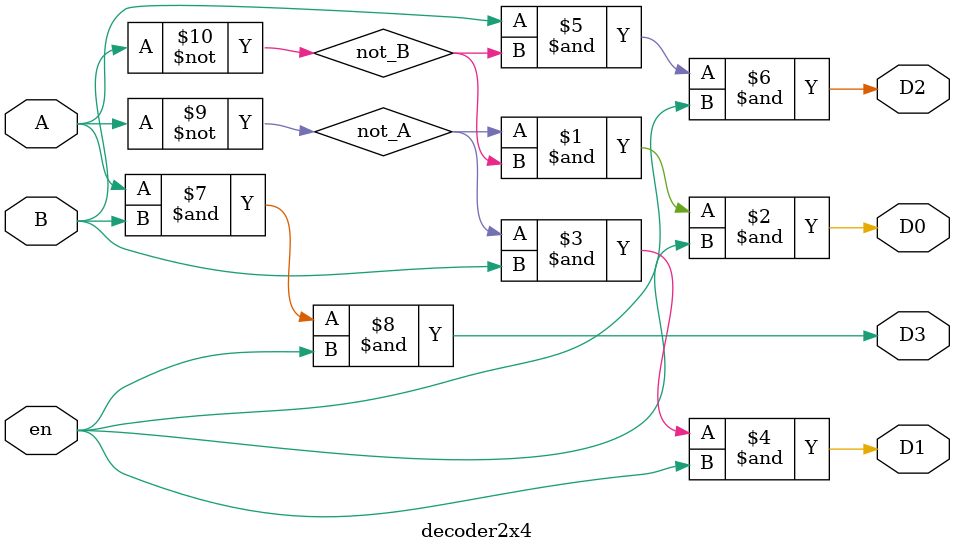
<source format=v>
`timescale 1ns / 1ps
module decoder2x4(input A,
input B,
input en,
output D0,
output D1,
output D2,
output D3

    );

    wire not_A , not_B;
	 not (not_A,A);
	 not (not_B,B);
	 and (D0,not_A,not_B,en);
	 and (D1,not_A,B,en);
	 and (D2,A,not_B,en);
	 and (D3,A,B,en);
	 
endmodule
</source>
